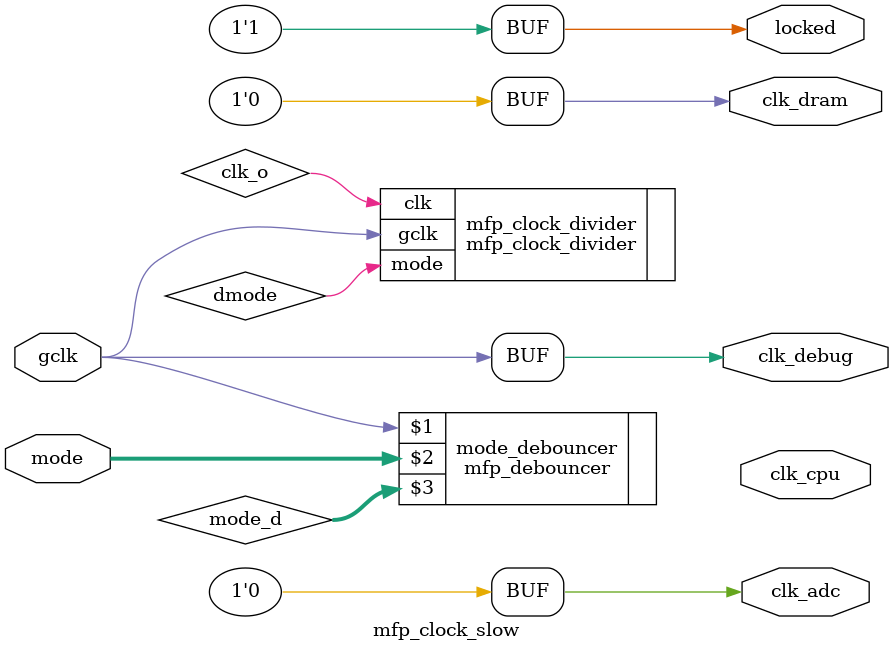
<source format=v>

module mfp_clock_slow
#(
    parameter MODE = 50, // supported: 50, 100
              TOOL = ""  // supported: "quartus", "vivado", ""
)(
    input        gclk,
    input  [1:0] mode,
    output       clk_cpu,
    output       clk_adc,
    output       clk_dram,
    output       clk_debug,
    output       locked 
);
    // Mode = 50 when gclk == 50 MHz,
    //       100             100 MHz
    localparam CLOCK_DIV_MODE0 = (MODE == 50) ?  0 :  1, // clk_cpu = 25   MHz
               CLOCK_DIV_MODE1 = (MODE == 50) ? 20 : 21, // clk_cpu = 12   Hz
               CLOCK_DIV_MODE2 = (MODE == 50) ? 25 : 26; // clk_cpu = 0.75 Hz

    // mode pins debouncer
    wire[1:0] mode_d;
    mfp_debouncer #(.WIDHT(2)) mode_debouncer (gclk, mode, mode_d);

    // clock divider
    wire      clk_o;
    mfp_clock_divider #  (
        .CLOCK_DIV_MODE0 ( CLOCK_DIV_MODE0 ),
        .CLOCK_DIV_MODE1 ( CLOCK_DIV_MODE1 ),
        .CLOCK_DIV_MODE2 ( CLOCK_DIV_MODE2 ) 
    ) mfp_clock_divider  (
        .gclk            ( gclk            ),
        .mode            ( dmode           ),
        .clk             ( clk_o           )
    );

    // make clock signal global
    generate
        if(TOOL == "quartus")
            global global_buf ( .in(clk_o), .out(clk_cpu));

        if(TOOL == "vivado")
            BUFG   global_buf (.I(clk_o), .O(clk_cpu));
    endgenerate

    // other clocks
    assign clk_adc   = 1'b0;
    assign clk_dram  = 1'b0;
    assign clk_debug = gclk;
    assign locked    = 1'b1;

endmodule

</source>
